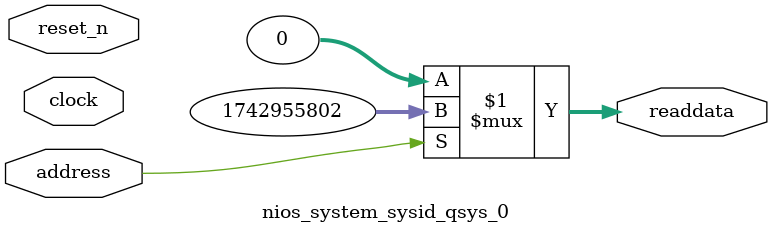
<source format=v>



// synthesis translate_off
`timescale 1ns / 1ps
// synthesis translate_on

// turn off superfluous verilog processor warnings 
// altera message_level Level1 
// altera message_off 10034 10035 10036 10037 10230 10240 10030 

module nios_system_sysid_qsys_0 (
               // inputs:
                address,
                clock,
                reset_n,

               // outputs:
                readdata
             )
;

  output  [ 31: 0] readdata;
  input            address;
  input            clock;
  input            reset_n;

  wire    [ 31: 0] readdata;
  //control_slave, which is an e_avalon_slave
  assign readdata = address ? 1742955802 : 0;

endmodule



</source>
